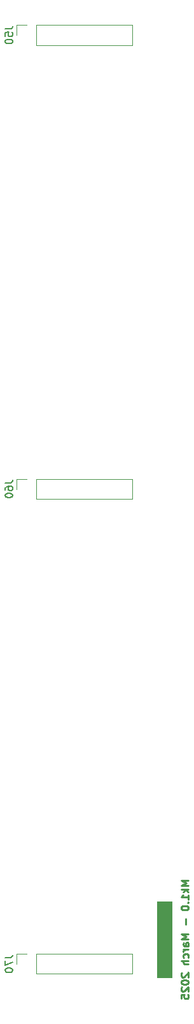
<source format=gbo>
%TF.GenerationSoftware,KiCad,Pcbnew,9.0.0*%
%TF.CreationDate,2025-03-16T11:10:10+01:00*%
%TF.ProjectId,DMH_Tripple_VCA_PCB_2,444d485f-5472-4697-9070-6c655f564341,1*%
%TF.SameCoordinates,Original*%
%TF.FileFunction,Legend,Bot*%
%TF.FilePolarity,Positive*%
%FSLAX46Y46*%
G04 Gerber Fmt 4.6, Leading zero omitted, Abs format (unit mm)*
G04 Created by KiCad (PCBNEW 9.0.0) date 2025-03-16 11:10:10*
%MOMM*%
%LPD*%
G01*
G04 APERTURE LIST*
%ADD10C,0.100000*%
%ADD11C,0.250000*%
%ADD12C,0.150000*%
%ADD13C,0.120000*%
%ADD14C,1.600000*%
%ADD15O,1.600000X1.600000*%
%ADD16O,2.720000X3.240000*%
%ADD17R,1.800000X1.800000*%
%ADD18C,1.800000*%
%ADD19R,1.700000X1.700000*%
%ADD20R,1.800000X1.400000*%
%ADD21O,1.800000X1.400000*%
%ADD22C,2.600000*%
%ADD23O,1.700000X1.700000*%
G04 APERTURE END LIST*
D10*
X94000000Y-186000000D02*
X96000000Y-186000000D01*
X96000000Y-196000000D01*
X94000000Y-196000000D01*
X94000000Y-186000000D01*
G36*
X94000000Y-186000000D02*
G01*
X96000000Y-186000000D01*
X96000000Y-196000000D01*
X94000000Y-196000000D01*
X94000000Y-186000000D01*
G37*
D11*
X98199619Y-183190476D02*
X97199619Y-183190476D01*
X97199619Y-183190476D02*
X97913904Y-183523809D01*
X97913904Y-183523809D02*
X97199619Y-183857142D01*
X97199619Y-183857142D02*
X98199619Y-183857142D01*
X98199619Y-184333333D02*
X97199619Y-184333333D01*
X97818666Y-184428571D02*
X98199619Y-184714285D01*
X97532952Y-184714285D02*
X97913904Y-184333333D01*
X98199619Y-185666666D02*
X98199619Y-185095238D01*
X98199619Y-185380952D02*
X97199619Y-185380952D01*
X97199619Y-185380952D02*
X97342476Y-185285714D01*
X97342476Y-185285714D02*
X97437714Y-185190476D01*
X97437714Y-185190476D02*
X97485333Y-185095238D01*
X98104380Y-186095238D02*
X98152000Y-186142857D01*
X98152000Y-186142857D02*
X98199619Y-186095238D01*
X98199619Y-186095238D02*
X98152000Y-186047619D01*
X98152000Y-186047619D02*
X98104380Y-186095238D01*
X98104380Y-186095238D02*
X98199619Y-186095238D01*
X97199619Y-186761904D02*
X97199619Y-186857142D01*
X97199619Y-186857142D02*
X97247238Y-186952380D01*
X97247238Y-186952380D02*
X97294857Y-186999999D01*
X97294857Y-186999999D02*
X97390095Y-187047618D01*
X97390095Y-187047618D02*
X97580571Y-187095237D01*
X97580571Y-187095237D02*
X97818666Y-187095237D01*
X97818666Y-187095237D02*
X98009142Y-187047618D01*
X98009142Y-187047618D02*
X98104380Y-186999999D01*
X98104380Y-186999999D02*
X98152000Y-186952380D01*
X98152000Y-186952380D02*
X98199619Y-186857142D01*
X98199619Y-186857142D02*
X98199619Y-186761904D01*
X98199619Y-186761904D02*
X98152000Y-186666666D01*
X98152000Y-186666666D02*
X98104380Y-186619047D01*
X98104380Y-186619047D02*
X98009142Y-186571428D01*
X98009142Y-186571428D02*
X97818666Y-186523809D01*
X97818666Y-186523809D02*
X97580571Y-186523809D01*
X97580571Y-186523809D02*
X97390095Y-186571428D01*
X97390095Y-186571428D02*
X97294857Y-186619047D01*
X97294857Y-186619047D02*
X97247238Y-186666666D01*
X97247238Y-186666666D02*
X97199619Y-186761904D01*
X97818666Y-188285714D02*
X97818666Y-189047619D01*
X98199619Y-190285714D02*
X97199619Y-190285714D01*
X97199619Y-190285714D02*
X97913904Y-190619047D01*
X97913904Y-190619047D02*
X97199619Y-190952380D01*
X97199619Y-190952380D02*
X98199619Y-190952380D01*
X98199619Y-191857142D02*
X97675809Y-191857142D01*
X97675809Y-191857142D02*
X97580571Y-191809523D01*
X97580571Y-191809523D02*
X97532952Y-191714285D01*
X97532952Y-191714285D02*
X97532952Y-191523809D01*
X97532952Y-191523809D02*
X97580571Y-191428571D01*
X98152000Y-191857142D02*
X98199619Y-191761904D01*
X98199619Y-191761904D02*
X98199619Y-191523809D01*
X98199619Y-191523809D02*
X98152000Y-191428571D01*
X98152000Y-191428571D02*
X98056761Y-191380952D01*
X98056761Y-191380952D02*
X97961523Y-191380952D01*
X97961523Y-191380952D02*
X97866285Y-191428571D01*
X97866285Y-191428571D02*
X97818666Y-191523809D01*
X97818666Y-191523809D02*
X97818666Y-191761904D01*
X97818666Y-191761904D02*
X97771047Y-191857142D01*
X98199619Y-192333333D02*
X97532952Y-192333333D01*
X97723428Y-192333333D02*
X97628190Y-192380952D01*
X97628190Y-192380952D02*
X97580571Y-192428571D01*
X97580571Y-192428571D02*
X97532952Y-192523809D01*
X97532952Y-192523809D02*
X97532952Y-192619047D01*
X98152000Y-193380952D02*
X98199619Y-193285714D01*
X98199619Y-193285714D02*
X98199619Y-193095238D01*
X98199619Y-193095238D02*
X98152000Y-193000000D01*
X98152000Y-193000000D02*
X98104380Y-192952381D01*
X98104380Y-192952381D02*
X98009142Y-192904762D01*
X98009142Y-192904762D02*
X97723428Y-192904762D01*
X97723428Y-192904762D02*
X97628190Y-192952381D01*
X97628190Y-192952381D02*
X97580571Y-193000000D01*
X97580571Y-193000000D02*
X97532952Y-193095238D01*
X97532952Y-193095238D02*
X97532952Y-193285714D01*
X97532952Y-193285714D02*
X97580571Y-193380952D01*
X98199619Y-193809524D02*
X97199619Y-193809524D01*
X98199619Y-194238095D02*
X97675809Y-194238095D01*
X97675809Y-194238095D02*
X97580571Y-194190476D01*
X97580571Y-194190476D02*
X97532952Y-194095238D01*
X97532952Y-194095238D02*
X97532952Y-193952381D01*
X97532952Y-193952381D02*
X97580571Y-193857143D01*
X97580571Y-193857143D02*
X97628190Y-193809524D01*
X97294857Y-195428572D02*
X97247238Y-195476191D01*
X97247238Y-195476191D02*
X97199619Y-195571429D01*
X97199619Y-195571429D02*
X97199619Y-195809524D01*
X97199619Y-195809524D02*
X97247238Y-195904762D01*
X97247238Y-195904762D02*
X97294857Y-195952381D01*
X97294857Y-195952381D02*
X97390095Y-196000000D01*
X97390095Y-196000000D02*
X97485333Y-196000000D01*
X97485333Y-196000000D02*
X97628190Y-195952381D01*
X97628190Y-195952381D02*
X98199619Y-195380953D01*
X98199619Y-195380953D02*
X98199619Y-196000000D01*
X97199619Y-196619048D02*
X97199619Y-196714286D01*
X97199619Y-196714286D02*
X97247238Y-196809524D01*
X97247238Y-196809524D02*
X97294857Y-196857143D01*
X97294857Y-196857143D02*
X97390095Y-196904762D01*
X97390095Y-196904762D02*
X97580571Y-196952381D01*
X97580571Y-196952381D02*
X97818666Y-196952381D01*
X97818666Y-196952381D02*
X98009142Y-196904762D01*
X98009142Y-196904762D02*
X98104380Y-196857143D01*
X98104380Y-196857143D02*
X98152000Y-196809524D01*
X98152000Y-196809524D02*
X98199619Y-196714286D01*
X98199619Y-196714286D02*
X98199619Y-196619048D01*
X98199619Y-196619048D02*
X98152000Y-196523810D01*
X98152000Y-196523810D02*
X98104380Y-196476191D01*
X98104380Y-196476191D02*
X98009142Y-196428572D01*
X98009142Y-196428572D02*
X97818666Y-196380953D01*
X97818666Y-196380953D02*
X97580571Y-196380953D01*
X97580571Y-196380953D02*
X97390095Y-196428572D01*
X97390095Y-196428572D02*
X97294857Y-196476191D01*
X97294857Y-196476191D02*
X97247238Y-196523810D01*
X97247238Y-196523810D02*
X97199619Y-196619048D01*
X97294857Y-197333334D02*
X97247238Y-197380953D01*
X97247238Y-197380953D02*
X97199619Y-197476191D01*
X97199619Y-197476191D02*
X97199619Y-197714286D01*
X97199619Y-197714286D02*
X97247238Y-197809524D01*
X97247238Y-197809524D02*
X97294857Y-197857143D01*
X97294857Y-197857143D02*
X97390095Y-197904762D01*
X97390095Y-197904762D02*
X97485333Y-197904762D01*
X97485333Y-197904762D02*
X97628190Y-197857143D01*
X97628190Y-197857143D02*
X98199619Y-197285715D01*
X98199619Y-197285715D02*
X98199619Y-197904762D01*
X97199619Y-198809524D02*
X97199619Y-198333334D01*
X97199619Y-198333334D02*
X97675809Y-198285715D01*
X97675809Y-198285715D02*
X97628190Y-198333334D01*
X97628190Y-198333334D02*
X97580571Y-198428572D01*
X97580571Y-198428572D02*
X97580571Y-198666667D01*
X97580571Y-198666667D02*
X97628190Y-198761905D01*
X97628190Y-198761905D02*
X97675809Y-198809524D01*
X97675809Y-198809524D02*
X97771047Y-198857143D01*
X97771047Y-198857143D02*
X98009142Y-198857143D01*
X98009142Y-198857143D02*
X98104380Y-198809524D01*
X98104380Y-198809524D02*
X98152000Y-198761905D01*
X98152000Y-198761905D02*
X98199619Y-198666667D01*
X98199619Y-198666667D02*
X98199619Y-198428572D01*
X98199619Y-198428572D02*
X98152000Y-198333334D01*
X98152000Y-198333334D02*
X98104380Y-198285715D01*
D12*
X73799819Y-130415476D02*
X74514104Y-130415476D01*
X74514104Y-130415476D02*
X74656961Y-130367857D01*
X74656961Y-130367857D02*
X74752200Y-130272619D01*
X74752200Y-130272619D02*
X74799819Y-130129762D01*
X74799819Y-130129762D02*
X74799819Y-130034524D01*
X73799819Y-131320238D02*
X73799819Y-131129762D01*
X73799819Y-131129762D02*
X73847438Y-131034524D01*
X73847438Y-131034524D02*
X73895057Y-130986905D01*
X73895057Y-130986905D02*
X74037914Y-130891667D01*
X74037914Y-130891667D02*
X74228390Y-130844048D01*
X74228390Y-130844048D02*
X74609342Y-130844048D01*
X74609342Y-130844048D02*
X74704580Y-130891667D01*
X74704580Y-130891667D02*
X74752200Y-130939286D01*
X74752200Y-130939286D02*
X74799819Y-131034524D01*
X74799819Y-131034524D02*
X74799819Y-131225000D01*
X74799819Y-131225000D02*
X74752200Y-131320238D01*
X74752200Y-131320238D02*
X74704580Y-131367857D01*
X74704580Y-131367857D02*
X74609342Y-131415476D01*
X74609342Y-131415476D02*
X74371247Y-131415476D01*
X74371247Y-131415476D02*
X74276009Y-131367857D01*
X74276009Y-131367857D02*
X74228390Y-131320238D01*
X74228390Y-131320238D02*
X74180771Y-131225000D01*
X74180771Y-131225000D02*
X74180771Y-131034524D01*
X74180771Y-131034524D02*
X74228390Y-130939286D01*
X74228390Y-130939286D02*
X74276009Y-130891667D01*
X74276009Y-130891667D02*
X74371247Y-130844048D01*
X73799819Y-132034524D02*
X73799819Y-132129762D01*
X73799819Y-132129762D02*
X73847438Y-132225000D01*
X73847438Y-132225000D02*
X73895057Y-132272619D01*
X73895057Y-132272619D02*
X73990295Y-132320238D01*
X73990295Y-132320238D02*
X74180771Y-132367857D01*
X74180771Y-132367857D02*
X74418866Y-132367857D01*
X74418866Y-132367857D02*
X74609342Y-132320238D01*
X74609342Y-132320238D02*
X74704580Y-132272619D01*
X74704580Y-132272619D02*
X74752200Y-132225000D01*
X74752200Y-132225000D02*
X74799819Y-132129762D01*
X74799819Y-132129762D02*
X74799819Y-132034524D01*
X74799819Y-132034524D02*
X74752200Y-131939286D01*
X74752200Y-131939286D02*
X74704580Y-131891667D01*
X74704580Y-131891667D02*
X74609342Y-131844048D01*
X74609342Y-131844048D02*
X74418866Y-131796429D01*
X74418866Y-131796429D02*
X74180771Y-131796429D01*
X74180771Y-131796429D02*
X73990295Y-131844048D01*
X73990295Y-131844048D02*
X73895057Y-131891667D01*
X73895057Y-131891667D02*
X73847438Y-131939286D01*
X73847438Y-131939286D02*
X73799819Y-132034524D01*
X73799819Y-193415476D02*
X74514104Y-193415476D01*
X74514104Y-193415476D02*
X74656961Y-193367857D01*
X74656961Y-193367857D02*
X74752200Y-193272619D01*
X74752200Y-193272619D02*
X74799819Y-193129762D01*
X74799819Y-193129762D02*
X74799819Y-193034524D01*
X73799819Y-193796429D02*
X73799819Y-194463095D01*
X73799819Y-194463095D02*
X74799819Y-194034524D01*
X73799819Y-195034524D02*
X73799819Y-195129762D01*
X73799819Y-195129762D02*
X73847438Y-195225000D01*
X73847438Y-195225000D02*
X73895057Y-195272619D01*
X73895057Y-195272619D02*
X73990295Y-195320238D01*
X73990295Y-195320238D02*
X74180771Y-195367857D01*
X74180771Y-195367857D02*
X74418866Y-195367857D01*
X74418866Y-195367857D02*
X74609342Y-195320238D01*
X74609342Y-195320238D02*
X74704580Y-195272619D01*
X74704580Y-195272619D02*
X74752200Y-195225000D01*
X74752200Y-195225000D02*
X74799819Y-195129762D01*
X74799819Y-195129762D02*
X74799819Y-195034524D01*
X74799819Y-195034524D02*
X74752200Y-194939286D01*
X74752200Y-194939286D02*
X74704580Y-194891667D01*
X74704580Y-194891667D02*
X74609342Y-194844048D01*
X74609342Y-194844048D02*
X74418866Y-194796429D01*
X74418866Y-194796429D02*
X74180771Y-194796429D01*
X74180771Y-194796429D02*
X73990295Y-194844048D01*
X73990295Y-194844048D02*
X73895057Y-194891667D01*
X73895057Y-194891667D02*
X73847438Y-194939286D01*
X73847438Y-194939286D02*
X73799819Y-195034524D01*
X73799819Y-70165476D02*
X74514104Y-70165476D01*
X74514104Y-70165476D02*
X74656961Y-70117857D01*
X74656961Y-70117857D02*
X74752200Y-70022619D01*
X74752200Y-70022619D02*
X74799819Y-69879762D01*
X74799819Y-69879762D02*
X74799819Y-69784524D01*
X73799819Y-71117857D02*
X73799819Y-70641667D01*
X73799819Y-70641667D02*
X74276009Y-70594048D01*
X74276009Y-70594048D02*
X74228390Y-70641667D01*
X74228390Y-70641667D02*
X74180771Y-70736905D01*
X74180771Y-70736905D02*
X74180771Y-70975000D01*
X74180771Y-70975000D02*
X74228390Y-71070238D01*
X74228390Y-71070238D02*
X74276009Y-71117857D01*
X74276009Y-71117857D02*
X74371247Y-71165476D01*
X74371247Y-71165476D02*
X74609342Y-71165476D01*
X74609342Y-71165476D02*
X74704580Y-71117857D01*
X74704580Y-71117857D02*
X74752200Y-71070238D01*
X74752200Y-71070238D02*
X74799819Y-70975000D01*
X74799819Y-70975000D02*
X74799819Y-70736905D01*
X74799819Y-70736905D02*
X74752200Y-70641667D01*
X74752200Y-70641667D02*
X74704580Y-70594048D01*
X73799819Y-71784524D02*
X73799819Y-71879762D01*
X73799819Y-71879762D02*
X73847438Y-71975000D01*
X73847438Y-71975000D02*
X73895057Y-72022619D01*
X73895057Y-72022619D02*
X73990295Y-72070238D01*
X73990295Y-72070238D02*
X74180771Y-72117857D01*
X74180771Y-72117857D02*
X74418866Y-72117857D01*
X74418866Y-72117857D02*
X74609342Y-72070238D01*
X74609342Y-72070238D02*
X74704580Y-72022619D01*
X74704580Y-72022619D02*
X74752200Y-71975000D01*
X74752200Y-71975000D02*
X74799819Y-71879762D01*
X74799819Y-71879762D02*
X74799819Y-71784524D01*
X74799819Y-71784524D02*
X74752200Y-71689286D01*
X74752200Y-71689286D02*
X74704580Y-71641667D01*
X74704580Y-71641667D02*
X74609342Y-71594048D01*
X74609342Y-71594048D02*
X74418866Y-71546429D01*
X74418866Y-71546429D02*
X74180771Y-71546429D01*
X74180771Y-71546429D02*
X73990295Y-71594048D01*
X73990295Y-71594048D02*
X73895057Y-71641667D01*
X73895057Y-71641667D02*
X73847438Y-71689286D01*
X73847438Y-71689286D02*
X73799819Y-71784524D01*
D13*
%TO.C,J60*%
X75345000Y-129895000D02*
X75345000Y-131225000D01*
X76675000Y-129895000D02*
X75345000Y-129895000D01*
X77945000Y-129895000D02*
X77945000Y-132555000D01*
X77945000Y-129895000D02*
X90705000Y-129895000D01*
X77945000Y-132555000D02*
X90705000Y-132555000D01*
X90705000Y-129895000D02*
X90705000Y-132555000D01*
%TO.C,J70*%
X75345000Y-192895000D02*
X75345000Y-194225000D01*
X76675000Y-192895000D02*
X75345000Y-192895000D01*
X77945000Y-192895000D02*
X77945000Y-195555000D01*
X77945000Y-192895000D02*
X90705000Y-192895000D01*
X77945000Y-195555000D02*
X90705000Y-195555000D01*
X90705000Y-192895000D02*
X90705000Y-195555000D01*
%TO.C,J50*%
X75345000Y-69645000D02*
X75345000Y-70975000D01*
X76675000Y-69645000D02*
X75345000Y-69645000D01*
X77945000Y-69645000D02*
X77945000Y-72305000D01*
X77945000Y-69645000D02*
X90705000Y-69645000D01*
X77945000Y-72305000D02*
X90705000Y-72305000D01*
X90705000Y-69645000D02*
X90705000Y-72305000D01*
%TD*%
%LPC*%
D14*
%TO.C,R55*%
X87060000Y-170750000D03*
D15*
X79440000Y-170750000D03*
%TD*%
D16*
%TO.C,RV6*%
X78450000Y-181000000D03*
X88050000Y-181000000D03*
D17*
X80750000Y-188500000D03*
D18*
X83250000Y-188500000D03*
X85750000Y-188500000D03*
%TD*%
D14*
%TO.C,R61*%
X70750000Y-178690000D03*
D15*
X70750000Y-186310000D03*
%TD*%
D14*
%TO.C,R57*%
X70750000Y-58690000D03*
D15*
X70750000Y-66310000D03*
%TD*%
D19*
%TO.C,J0*%
X95000000Y-140000000D03*
%TD*%
D14*
%TO.C,R58*%
X84750000Y-144690000D03*
D15*
X84750000Y-152310000D03*
%TD*%
D20*
%TO.C,D7*%
X70000000Y-132250000D03*
D21*
X70000000Y-134250000D03*
X70000000Y-136250000D03*
%TD*%
D14*
%TO.C,R53*%
X87060000Y-50000000D03*
D15*
X79440000Y-50000000D03*
%TD*%
D22*
%TO.C,SW3*%
X77375000Y-204050000D03*
X77375000Y-208750000D03*
X77375000Y-213450000D03*
X72625000Y-204050000D03*
X72625000Y-208750000D03*
X72625000Y-213450000D03*
%TD*%
D20*
%TO.C,D8*%
X70000000Y-192500000D03*
D21*
X70000000Y-194500000D03*
X70000000Y-196500000D03*
%TD*%
D16*
%TO.C,RV4*%
X78450000Y-60500000D03*
X88050000Y-60500000D03*
D17*
X80750000Y-68000000D03*
D18*
X83250000Y-68000000D03*
X85750000Y-68000000D03*
%TD*%
D14*
%TO.C,R54*%
X87060000Y-110500000D03*
D15*
X79440000Y-110500000D03*
%TD*%
D22*
%TO.C,SW2*%
X77375000Y-143800000D03*
X77375000Y-148500000D03*
X77375000Y-153200000D03*
X72625000Y-143800000D03*
X72625000Y-148500000D03*
X72625000Y-153200000D03*
%TD*%
D20*
%TO.C,D6*%
X70000000Y-72000000D03*
D21*
X70000000Y-74000000D03*
X70000000Y-76000000D03*
%TD*%
D14*
%TO.C,R59*%
X70750000Y-118690000D03*
D15*
X70750000Y-126310000D03*
%TD*%
D22*
%TO.C,SW1*%
X77375000Y-83550000D03*
X77375000Y-88250000D03*
X77375000Y-92950000D03*
X72625000Y-83550000D03*
X72625000Y-88250000D03*
X72625000Y-92950000D03*
%TD*%
D14*
%TO.C,R60*%
X74500000Y-178690000D03*
D15*
X74500000Y-186310000D03*
%TD*%
D16*
%TO.C,RV5*%
X78450000Y-120750000D03*
X88050000Y-120750000D03*
D17*
X80750000Y-128250000D03*
D18*
X83250000Y-128250000D03*
X85750000Y-128250000D03*
%TD*%
D14*
%TO.C,R56*%
X84750000Y-84690000D03*
D15*
X84750000Y-92310000D03*
%TD*%
D19*
%TO.C,J60*%
X76675000Y-131225000D03*
D23*
X79215000Y-131225000D03*
X81755000Y-131225000D03*
X84295000Y-131225000D03*
X86835000Y-131225000D03*
X89375000Y-131225000D03*
%TD*%
D19*
%TO.C,J70*%
X76675000Y-194225000D03*
D23*
X79215000Y-194225000D03*
X81755000Y-194225000D03*
X84295000Y-194225000D03*
X86835000Y-194225000D03*
X89375000Y-194225000D03*
%TD*%
D19*
%TO.C,J50*%
X76675000Y-70975000D03*
D23*
X79215000Y-70975000D03*
X81755000Y-70975000D03*
X84295000Y-70975000D03*
X86835000Y-70975000D03*
X89375000Y-70975000D03*
%TD*%
%LPD*%
M02*

</source>
